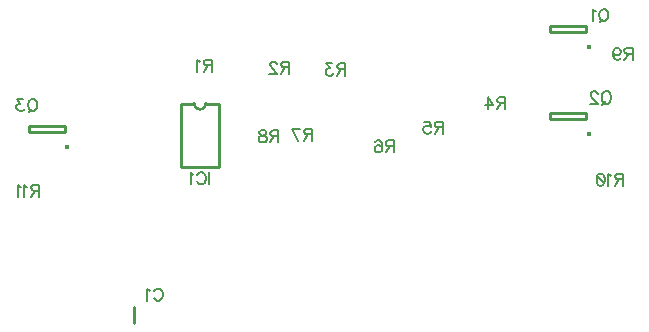
<source format=gbr>
G04 DipTrace 2.4.0.1*
%INBottomSilk.gbr*%
%MOIN*%
%ADD10C,0.0098*%
%ADD27C,0.0154*%
%ADD60C,0.0062*%
%FSLAX44Y44*%
G04*
G70*
G90*
G75*
G01*
%LNBotSilk*%
%LPD*%
X8213Y7193D2*
D10*
Y6682D1*
X11052Y13982D2*
Y11856D1*
X9793Y13982D2*
Y11856D1*
X11052D2*
X9793D1*
X11052Y13982D2*
X10619D1*
X10226D2*
X9793D1*
X10619D2*
G02X10226Y13982I-197J0D01*
G01*
D27*
X23373Y15855D3*
X23281Y16357D2*
D10*
X22100D1*
Y16554D1*
X23281D1*
Y16357D1*
D27*
X23373Y12980D3*
X23281Y13482D2*
D10*
X22100D1*
Y13679D1*
X23281D1*
Y13482D1*
D27*
X5998Y12543D3*
X5906Y13044D2*
D10*
X4725D1*
Y13241D1*
X5906D1*
Y13044D1*
X8888Y7723D2*
D60*
X8907Y7761D1*
X8946Y7799D1*
X8984Y7818D1*
X9060D1*
X9099Y7799D1*
X9137Y7761D1*
X9156Y7723D1*
X9175Y7665D1*
Y7569D1*
X9156Y7512D1*
X9137Y7474D1*
X9099Y7436D1*
X9060Y7416D1*
X8984D1*
X8946Y7436D1*
X8907Y7474D1*
X8888Y7512D1*
X8765Y7741D2*
X8726Y7761D1*
X8669Y7818D1*
Y7416D1*
X10738Y11693D2*
Y11291D1*
X10327Y11597D2*
X10346Y11635D1*
X10385Y11674D1*
X10423Y11693D1*
X10499D1*
X10538Y11674D1*
X10576Y11635D1*
X10595Y11597D1*
X10614Y11540D1*
Y11444D1*
X10595Y11387D1*
X10576Y11348D1*
X10538Y11310D1*
X10499Y11291D1*
X10423D1*
X10385Y11310D1*
X10346Y11348D1*
X10327Y11387D1*
X10204Y11616D2*
X10165Y11635D1*
X10108Y11692D1*
Y11291D1*
X23923Y17138D2*
X23961Y17119D1*
X23999Y17081D1*
X24018Y17042D1*
X24038Y16985D1*
Y16889D1*
X24018Y16832D1*
X23999Y16794D1*
X23961Y16755D1*
X23923Y16736D1*
X23846D1*
X23808Y16755D1*
X23770Y16794D1*
X23751Y16832D1*
X23731Y16889D1*
Y16985D1*
X23751Y17042D1*
X23770Y17081D1*
X23808Y17119D1*
X23846Y17138D1*
X23923D1*
X23865Y16813D2*
X23751Y16698D1*
X23608Y17061D2*
X23569Y17080D1*
X23512Y17137D1*
Y16736D1*
X24009Y14388D2*
X24047Y14369D1*
X24085Y14331D1*
X24104Y14292D1*
X24124Y14235D1*
Y14139D1*
X24104Y14082D1*
X24085Y14044D1*
X24047Y14005D1*
X24009Y13986D1*
X23932D1*
X23894Y14005D1*
X23856Y14044D1*
X23837Y14082D1*
X23817Y14139D1*
Y14235D1*
X23837Y14292D1*
X23856Y14331D1*
X23894Y14369D1*
X23932Y14388D1*
X24009D1*
X23951Y14063D2*
X23837Y13948D1*
X23674Y14292D2*
Y14311D1*
X23655Y14349D1*
X23636Y14368D1*
X23598Y14387D1*
X23521D1*
X23483Y14368D1*
X23464Y14349D1*
X23445Y14311D1*
Y14273D1*
X23464Y14234D1*
X23502Y14177D1*
X23694Y13986D1*
X23426D1*
X4884Y14138D2*
X4922Y14119D1*
X4960Y14081D1*
X4979Y14042D1*
X4999Y13985D1*
Y13889D1*
X4979Y13832D1*
X4960Y13794D1*
X4922Y13755D1*
X4884Y13736D1*
X4807D1*
X4769Y13755D1*
X4731Y13794D1*
X4712Y13832D1*
X4692Y13889D1*
Y13985D1*
X4712Y14042D1*
X4731Y14081D1*
X4769Y14119D1*
X4807Y14138D1*
X4884D1*
X4826Y13813D2*
X4712Y13698D1*
X4530Y14137D2*
X4320D1*
X4435Y13984D1*
X4377D1*
X4339Y13965D1*
X4320Y13946D1*
X4301Y13889D1*
Y13851D1*
X4320Y13793D1*
X4358Y13755D1*
X4416Y13736D1*
X4473D1*
X4530Y13755D1*
X4549Y13774D1*
X4569Y13812D1*
X10807Y15254D2*
X10635D1*
X10578Y15274D1*
X10558Y15293D1*
X10539Y15331D1*
Y15369D1*
X10558Y15407D1*
X10578Y15427D1*
X10635Y15446D1*
X10807D1*
Y15044D1*
X10673Y15254D2*
X10539Y15044D1*
X10416Y15369D2*
X10377Y15388D1*
X10320Y15445D1*
Y15044D1*
X13393Y15192D2*
X13221D1*
X13164Y15211D1*
X13144Y15230D1*
X13125Y15268D1*
Y15307D1*
X13144Y15345D1*
X13164Y15364D1*
X13221Y15383D1*
X13393D1*
Y14981D1*
X13259Y15192D2*
X13125Y14981D1*
X12982Y15287D2*
Y15306D1*
X12963Y15345D1*
X12944Y15364D1*
X12906Y15383D1*
X12829D1*
X12791Y15364D1*
X12772Y15345D1*
X12753Y15306D1*
Y15268D1*
X12772Y15230D1*
X12810Y15173D1*
X13002Y14981D1*
X12734D1*
X15268Y15129D2*
X15096D1*
X15039Y15149D1*
X15019Y15168D1*
X15000Y15206D1*
Y15244D1*
X15019Y15282D1*
X15039Y15302D1*
X15096Y15321D1*
X15268D1*
Y14919D1*
X15134Y15129D2*
X15000Y14919D1*
X14838Y15320D2*
X14628D1*
X14743Y15167D1*
X14685D1*
X14647Y15148D1*
X14628Y15129D1*
X14609Y15072D1*
Y15034D1*
X14628Y14976D1*
X14666Y14938D1*
X14724Y14919D1*
X14781D1*
X14838Y14938D1*
X14857Y14957D1*
X14877Y14995D1*
X20590Y14004D2*
X20418D1*
X20361Y14024D1*
X20341Y14043D1*
X20322Y14081D1*
Y14119D1*
X20341Y14157D1*
X20361Y14177D1*
X20418Y14196D1*
X20590D1*
Y13794D1*
X20456Y14004D2*
X20322Y13794D1*
X20007D2*
Y14195D1*
X20199Y13928D1*
X19912D1*
X18518Y13192D2*
X18346D1*
X18289Y13211D1*
X18269Y13230D1*
X18250Y13268D1*
Y13307D1*
X18269Y13345D1*
X18289Y13364D1*
X18346Y13383D1*
X18518D1*
Y12981D1*
X18384Y13192D2*
X18250Y12981D1*
X17897Y13383D2*
X18088D1*
X18107Y13211D1*
X18088Y13230D1*
X18031Y13249D1*
X17974D1*
X17916Y13230D1*
X17878Y13192D1*
X17859Y13134D1*
Y13096D1*
X17878Y13039D1*
X17916Y13000D1*
X17974Y12981D1*
X18031D1*
X18088Y13000D1*
X18107Y13020D1*
X18127Y13058D1*
X16883Y12567D2*
X16711D1*
X16654Y12586D1*
X16635Y12605D1*
X16616Y12643D1*
Y12682D1*
X16635Y12720D1*
X16654Y12739D1*
X16711Y12758D1*
X16883D1*
Y12356D1*
X16749Y12567D2*
X16616Y12356D1*
X16263Y12701D2*
X16282Y12739D1*
X16339Y12758D1*
X16377D1*
X16435Y12739D1*
X16473Y12681D1*
X16492Y12586D1*
Y12490D1*
X16473Y12414D1*
X16435Y12375D1*
X16377Y12356D1*
X16358D1*
X16301Y12375D1*
X16263Y12414D1*
X16244Y12471D1*
Y12490D1*
X16263Y12548D1*
X16301Y12586D1*
X16358Y12605D1*
X16377D1*
X16435Y12586D1*
X16473Y12548D1*
X16492Y12490D1*
X14161Y12960D2*
X13989D1*
X13932Y12980D1*
X13912Y12999D1*
X13893Y13037D1*
Y13075D1*
X13912Y13113D1*
X13932Y13133D1*
X13989Y13152D1*
X14161D1*
Y12750D1*
X14027Y12960D2*
X13893Y12750D1*
X13693D2*
X13502Y13151D1*
X13770D1*
X13036Y12898D2*
X12864D1*
X12807Y12917D1*
X12787Y12936D1*
X12768Y12974D1*
Y13013D1*
X12787Y13051D1*
X12807Y13070D1*
X12864Y13089D1*
X13036D1*
Y12687D1*
X12902Y12898D2*
X12768Y12687D1*
X12549Y13089D2*
X12606Y13070D1*
X12626Y13032D1*
Y12993D1*
X12606Y12955D1*
X12568Y12936D1*
X12492Y12917D1*
X12434Y12898D1*
X12396Y12859D1*
X12377Y12821D1*
Y12764D1*
X12396Y12726D1*
X12415Y12706D1*
X12473Y12687D1*
X12549D1*
X12606Y12706D1*
X12626Y12726D1*
X12645Y12764D1*
Y12821D1*
X12626Y12859D1*
X12587Y12898D1*
X12530Y12917D1*
X12454Y12936D1*
X12415Y12955D1*
X12396Y12993D1*
Y13032D1*
X12415Y13070D1*
X12473Y13089D1*
X12549D1*
X24839Y15648D2*
X24667D1*
X24610Y15667D1*
X24590Y15686D1*
X24571Y15724D1*
Y15763D1*
X24590Y15801D1*
X24610Y15820D1*
X24667Y15839D1*
X24839D1*
Y15437D1*
X24705Y15648D2*
X24571Y15437D1*
X24199Y15705D2*
X24218Y15648D1*
X24256Y15609D1*
X24314Y15590D1*
X24333D1*
X24390Y15609D1*
X24428Y15648D1*
X24448Y15705D1*
Y15724D1*
X24428Y15782D1*
X24390Y15820D1*
X24333Y15839D1*
X24314D1*
X24256Y15820D1*
X24218Y15782D1*
X24199Y15705D1*
Y15609D1*
X24218Y15514D1*
X24256Y15456D1*
X24314Y15437D1*
X24352D1*
X24409Y15456D1*
X24428Y15495D1*
X24521Y11460D2*
X24349D1*
X24292Y11480D1*
X24272Y11499D1*
X24253Y11537D1*
Y11575D1*
X24272Y11613D1*
X24292Y11633D1*
X24349Y11652D1*
X24521D1*
Y11250D1*
X24387Y11460D2*
X24253Y11250D1*
X24130Y11575D2*
X24091Y11594D1*
X24034Y11651D1*
Y11250D1*
X23795Y11651D2*
X23853Y11632D1*
X23891Y11575D1*
X23910Y11479D1*
Y11422D1*
X23891Y11326D1*
X23853Y11269D1*
X23795Y11250D1*
X23757D1*
X23700Y11269D1*
X23662Y11326D1*
X23642Y11422D1*
Y11479D1*
X23662Y11575D1*
X23700Y11632D1*
X23757Y11651D1*
X23795D1*
X23662Y11575D2*
X23891Y11326D1*
X5058Y11083D2*
X4886D1*
X4828Y11103D1*
X4809Y11122D1*
X4790Y11160D1*
Y11198D1*
X4809Y11236D1*
X4828Y11256D1*
X4886Y11275D1*
X5058D1*
Y10873D1*
X4924Y11083D2*
X4790Y10873D1*
X4666Y11198D2*
X4628Y11217D1*
X4570Y11274D1*
Y10873D1*
X4447Y11198D2*
X4408Y11217D1*
X4351Y11274D1*
Y10873D1*
M02*

</source>
